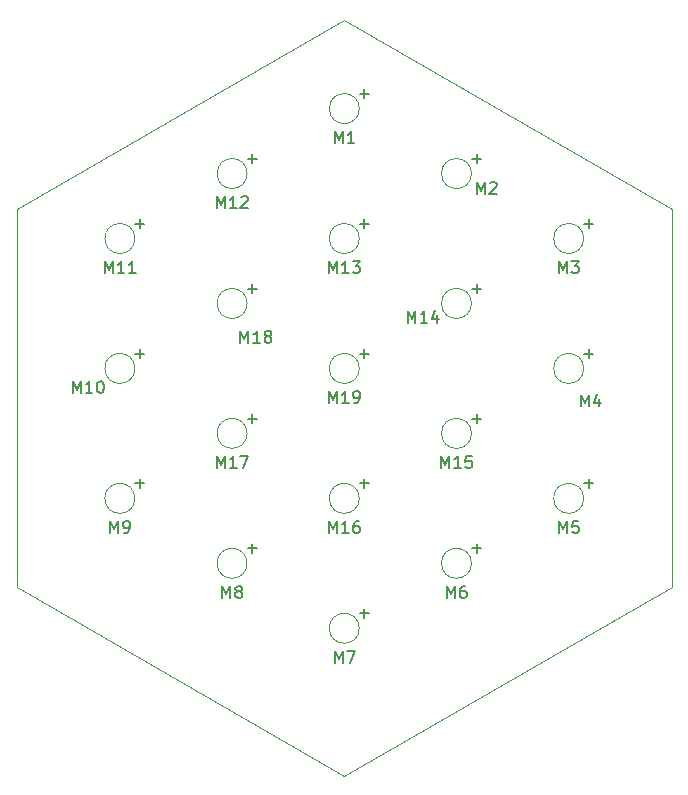
<source format=gbr>
%TF.GenerationSoftware,KiCad,Pcbnew,(6.0.4-0)*%
%TF.CreationDate,2022-05-17T22:44:27+02:00*%
%TF.ProjectId,speaker,73706561-6b65-4722-9e6b-696361645f70,rev?*%
%TF.SameCoordinates,Original*%
%TF.FileFunction,Legend,Top*%
%TF.FilePolarity,Positive*%
%FSLAX46Y46*%
G04 Gerber Fmt 4.6, Leading zero omitted, Abs format (unit mm)*
G04 Created by KiCad (PCBNEW (6.0.4-0)) date 2022-05-17 22:44:27*
%MOMM*%
%LPD*%
G01*
G04 APERTURE LIST*
%TA.AperFunction,Profile*%
%ADD10C,0.088304*%
%TD*%
%ADD11C,0.150000*%
%ADD12C,0.120000*%
G04 APERTURE END LIST*
D10*
X57987239Y-73149866D02*
X85700040Y-89150019D01*
X85700040Y-25149982D02*
X57987239Y-41149998D01*
X85700040Y-25149982D02*
X85700040Y-25149982D01*
X57987239Y-73149866D02*
X57987239Y-73149866D01*
X85700040Y-89150019D02*
X113412761Y-73149866D01*
X57987239Y-41149998D02*
X57987239Y-41149998D01*
X113412761Y-41149998D02*
X85700040Y-25149982D01*
X113412761Y-41149998D02*
X113412761Y-41149998D01*
X57987239Y-41149998D02*
X57987239Y-73149866D01*
X113412761Y-73149866D02*
X113412761Y-41149998D01*
X113412761Y-73149866D02*
X113412761Y-73149866D01*
D11*
%TO.C,M15*%
X93914285Y-63102380D02*
X93914285Y-62102380D01*
X94247619Y-62816666D01*
X94580952Y-62102380D01*
X94580952Y-63102380D01*
X95580952Y-63102380D02*
X95009523Y-63102380D01*
X95295238Y-63102380D02*
X95295238Y-62102380D01*
X95200000Y-62245238D01*
X95104761Y-62340476D01*
X95009523Y-62388095D01*
X96485714Y-62102380D02*
X96009523Y-62102380D01*
X95961904Y-62578571D01*
X96009523Y-62530952D01*
X96104761Y-62483333D01*
X96342857Y-62483333D01*
X96438095Y-62530952D01*
X96485714Y-62578571D01*
X96533333Y-62673809D01*
X96533333Y-62911904D01*
X96485714Y-63007142D01*
X96438095Y-63054761D01*
X96342857Y-63102380D01*
X96104761Y-63102380D01*
X96009523Y-63054761D01*
X95961904Y-63007142D01*
X96519047Y-58921428D02*
X97280952Y-58921428D01*
X96900000Y-59302380D02*
X96900000Y-58540476D01*
%TO.C,M6*%
X94390476Y-74102380D02*
X94390476Y-73102380D01*
X94723809Y-73816666D01*
X95057142Y-73102380D01*
X95057142Y-74102380D01*
X95961904Y-73102380D02*
X95771428Y-73102380D01*
X95676190Y-73150000D01*
X95628571Y-73197619D01*
X95533333Y-73340476D01*
X95485714Y-73530952D01*
X95485714Y-73911904D01*
X95533333Y-74007142D01*
X95580952Y-74054761D01*
X95676190Y-74102380D01*
X95866666Y-74102380D01*
X95961904Y-74054761D01*
X96009523Y-74007142D01*
X96057142Y-73911904D01*
X96057142Y-73673809D01*
X96009523Y-73578571D01*
X95961904Y-73530952D01*
X95866666Y-73483333D01*
X95676190Y-73483333D01*
X95580952Y-73530952D01*
X95533333Y-73578571D01*
X95485714Y-73673809D01*
X96519047Y-69921428D02*
X97280952Y-69921428D01*
X96900000Y-70302380D02*
X96900000Y-69540476D01*
%TO.C,M7*%
X84890476Y-79602380D02*
X84890476Y-78602380D01*
X85223809Y-79316666D01*
X85557142Y-78602380D01*
X85557142Y-79602380D01*
X85938095Y-78602380D02*
X86604761Y-78602380D01*
X86176190Y-79602380D01*
X87019047Y-75421428D02*
X87780952Y-75421428D01*
X87400000Y-75802380D02*
X87400000Y-75040476D01*
%TO.C,M11*%
X65414285Y-46602380D02*
X65414285Y-45602380D01*
X65747619Y-46316666D01*
X66080952Y-45602380D01*
X66080952Y-46602380D01*
X67080952Y-46602380D02*
X66509523Y-46602380D01*
X66795238Y-46602380D02*
X66795238Y-45602380D01*
X66700000Y-45745238D01*
X66604761Y-45840476D01*
X66509523Y-45888095D01*
X68033333Y-46602380D02*
X67461904Y-46602380D01*
X67747619Y-46602380D02*
X67747619Y-45602380D01*
X67652380Y-45745238D01*
X67557142Y-45840476D01*
X67461904Y-45888095D01*
X68019047Y-42421428D02*
X68780952Y-42421428D01*
X68400000Y-42802380D02*
X68400000Y-42040476D01*
%TO.C,M12*%
X74914285Y-41102380D02*
X74914285Y-40102380D01*
X75247619Y-40816666D01*
X75580952Y-40102380D01*
X75580952Y-41102380D01*
X76580952Y-41102380D02*
X76009523Y-41102380D01*
X76295238Y-41102380D02*
X76295238Y-40102380D01*
X76200000Y-40245238D01*
X76104761Y-40340476D01*
X76009523Y-40388095D01*
X76961904Y-40197619D02*
X77009523Y-40150000D01*
X77104761Y-40102380D01*
X77342857Y-40102380D01*
X77438095Y-40150000D01*
X77485714Y-40197619D01*
X77533333Y-40292857D01*
X77533333Y-40388095D01*
X77485714Y-40530952D01*
X76914285Y-41102380D01*
X77533333Y-41102380D01*
X77519047Y-36921428D02*
X78280952Y-36921428D01*
X77900000Y-37302380D02*
X77900000Y-36540476D01*
%TO.C,M9*%
X65890476Y-68602380D02*
X65890476Y-67602380D01*
X66223809Y-68316666D01*
X66557142Y-67602380D01*
X66557142Y-68602380D01*
X67080952Y-68602380D02*
X67271428Y-68602380D01*
X67366666Y-68554761D01*
X67414285Y-68507142D01*
X67509523Y-68364285D01*
X67557142Y-68173809D01*
X67557142Y-67792857D01*
X67509523Y-67697619D01*
X67461904Y-67650000D01*
X67366666Y-67602380D01*
X67176190Y-67602380D01*
X67080952Y-67650000D01*
X67033333Y-67697619D01*
X66985714Y-67792857D01*
X66985714Y-68030952D01*
X67033333Y-68126190D01*
X67080952Y-68173809D01*
X67176190Y-68221428D01*
X67366666Y-68221428D01*
X67461904Y-68173809D01*
X67509523Y-68126190D01*
X67557142Y-68030952D01*
X68019047Y-64421428D02*
X68780952Y-64421428D01*
X68400000Y-64802380D02*
X68400000Y-64040476D01*
%TO.C,M19*%
X84414285Y-57602380D02*
X84414285Y-56602380D01*
X84747619Y-57316666D01*
X85080952Y-56602380D01*
X85080952Y-57602380D01*
X86080952Y-57602380D02*
X85509523Y-57602380D01*
X85795238Y-57602380D02*
X85795238Y-56602380D01*
X85700000Y-56745238D01*
X85604761Y-56840476D01*
X85509523Y-56888095D01*
X86557142Y-57602380D02*
X86747619Y-57602380D01*
X86842857Y-57554761D01*
X86890476Y-57507142D01*
X86985714Y-57364285D01*
X87033333Y-57173809D01*
X87033333Y-56792857D01*
X86985714Y-56697619D01*
X86938095Y-56650000D01*
X86842857Y-56602380D01*
X86652380Y-56602380D01*
X86557142Y-56650000D01*
X86509523Y-56697619D01*
X86461904Y-56792857D01*
X86461904Y-57030952D01*
X86509523Y-57126190D01*
X86557142Y-57173809D01*
X86652380Y-57221428D01*
X86842857Y-57221428D01*
X86938095Y-57173809D01*
X86985714Y-57126190D01*
X87033333Y-57030952D01*
X87019047Y-53421428D02*
X87780952Y-53421428D01*
X87400000Y-53802380D02*
X87400000Y-53040476D01*
%TO.C,M5*%
X103890476Y-68602380D02*
X103890476Y-67602380D01*
X104223809Y-68316666D01*
X104557142Y-67602380D01*
X104557142Y-68602380D01*
X105509523Y-67602380D02*
X105033333Y-67602380D01*
X104985714Y-68078571D01*
X105033333Y-68030952D01*
X105128571Y-67983333D01*
X105366666Y-67983333D01*
X105461904Y-68030952D01*
X105509523Y-68078571D01*
X105557142Y-68173809D01*
X105557142Y-68411904D01*
X105509523Y-68507142D01*
X105461904Y-68554761D01*
X105366666Y-68602380D01*
X105128571Y-68602380D01*
X105033333Y-68554761D01*
X104985714Y-68507142D01*
X106019047Y-64421428D02*
X106780952Y-64421428D01*
X106400000Y-64802380D02*
X106400000Y-64040476D01*
%TO.C,M1*%
X84890476Y-35602380D02*
X84890476Y-34602380D01*
X85223809Y-35316666D01*
X85557142Y-34602380D01*
X85557142Y-35602380D01*
X86557142Y-35602380D02*
X85985714Y-35602380D01*
X86271428Y-35602380D02*
X86271428Y-34602380D01*
X86176190Y-34745238D01*
X86080952Y-34840476D01*
X85985714Y-34888095D01*
X87019047Y-31421428D02*
X87780952Y-31421428D01*
X87400000Y-31802380D02*
X87400000Y-31040476D01*
%TO.C,M14*%
X91064285Y-50802380D02*
X91064285Y-49802380D01*
X91397619Y-50516666D01*
X91730952Y-49802380D01*
X91730952Y-50802380D01*
X92730952Y-50802380D02*
X92159523Y-50802380D01*
X92445238Y-50802380D02*
X92445238Y-49802380D01*
X92350000Y-49945238D01*
X92254761Y-50040476D01*
X92159523Y-50088095D01*
X93588095Y-50135714D02*
X93588095Y-50802380D01*
X93350000Y-49754761D02*
X93111904Y-50469047D01*
X93730952Y-50469047D01*
X96519047Y-47921428D02*
X97280952Y-47921428D01*
X96900000Y-48302380D02*
X96900000Y-47540476D01*
%TO.C,M8*%
X75390476Y-74102380D02*
X75390476Y-73102380D01*
X75723809Y-73816666D01*
X76057142Y-73102380D01*
X76057142Y-74102380D01*
X76676190Y-73530952D02*
X76580952Y-73483333D01*
X76533333Y-73435714D01*
X76485714Y-73340476D01*
X76485714Y-73292857D01*
X76533333Y-73197619D01*
X76580952Y-73150000D01*
X76676190Y-73102380D01*
X76866666Y-73102380D01*
X76961904Y-73150000D01*
X77009523Y-73197619D01*
X77057142Y-73292857D01*
X77057142Y-73340476D01*
X77009523Y-73435714D01*
X76961904Y-73483333D01*
X76866666Y-73530952D01*
X76676190Y-73530952D01*
X76580952Y-73578571D01*
X76533333Y-73626190D01*
X76485714Y-73721428D01*
X76485714Y-73911904D01*
X76533333Y-74007142D01*
X76580952Y-74054761D01*
X76676190Y-74102380D01*
X76866666Y-74102380D01*
X76961904Y-74054761D01*
X77009523Y-74007142D01*
X77057142Y-73911904D01*
X77057142Y-73721428D01*
X77009523Y-73626190D01*
X76961904Y-73578571D01*
X76866666Y-73530952D01*
X77519047Y-69921428D02*
X78280952Y-69921428D01*
X77900000Y-70302380D02*
X77900000Y-69540476D01*
%TO.C,M16*%
X84414285Y-68602380D02*
X84414285Y-67602380D01*
X84747619Y-68316666D01*
X85080952Y-67602380D01*
X85080952Y-68602380D01*
X86080952Y-68602380D02*
X85509523Y-68602380D01*
X85795238Y-68602380D02*
X85795238Y-67602380D01*
X85700000Y-67745238D01*
X85604761Y-67840476D01*
X85509523Y-67888095D01*
X86938095Y-67602380D02*
X86747619Y-67602380D01*
X86652380Y-67650000D01*
X86604761Y-67697619D01*
X86509523Y-67840476D01*
X86461904Y-68030952D01*
X86461904Y-68411904D01*
X86509523Y-68507142D01*
X86557142Y-68554761D01*
X86652380Y-68602380D01*
X86842857Y-68602380D01*
X86938095Y-68554761D01*
X86985714Y-68507142D01*
X87033333Y-68411904D01*
X87033333Y-68173809D01*
X86985714Y-68078571D01*
X86938095Y-68030952D01*
X86842857Y-67983333D01*
X86652380Y-67983333D01*
X86557142Y-68030952D01*
X86509523Y-68078571D01*
X86461904Y-68173809D01*
X87019047Y-64421428D02*
X87780952Y-64421428D01*
X87400000Y-64802380D02*
X87400000Y-64040476D01*
%TO.C,M13*%
X84414285Y-46602380D02*
X84414285Y-45602380D01*
X84747619Y-46316666D01*
X85080952Y-45602380D01*
X85080952Y-46602380D01*
X86080952Y-46602380D02*
X85509523Y-46602380D01*
X85795238Y-46602380D02*
X85795238Y-45602380D01*
X85700000Y-45745238D01*
X85604761Y-45840476D01*
X85509523Y-45888095D01*
X86414285Y-45602380D02*
X87033333Y-45602380D01*
X86700000Y-45983333D01*
X86842857Y-45983333D01*
X86938095Y-46030952D01*
X86985714Y-46078571D01*
X87033333Y-46173809D01*
X87033333Y-46411904D01*
X86985714Y-46507142D01*
X86938095Y-46554761D01*
X86842857Y-46602380D01*
X86557142Y-46602380D01*
X86461904Y-46554761D01*
X86414285Y-46507142D01*
X87019047Y-42421428D02*
X87780952Y-42421428D01*
X87400000Y-42802380D02*
X87400000Y-42040476D01*
%TO.C,M4*%
X105740476Y-57902380D02*
X105740476Y-56902380D01*
X106073809Y-57616666D01*
X106407142Y-56902380D01*
X106407142Y-57902380D01*
X107311904Y-57235714D02*
X107311904Y-57902380D01*
X107073809Y-56854761D02*
X106835714Y-57569047D01*
X107454761Y-57569047D01*
X106019047Y-53421428D02*
X106780952Y-53421428D01*
X106400000Y-53802380D02*
X106400000Y-53040476D01*
%TO.C,M3*%
X103890476Y-46602380D02*
X103890476Y-45602380D01*
X104223809Y-46316666D01*
X104557142Y-45602380D01*
X104557142Y-46602380D01*
X104938095Y-45602380D02*
X105557142Y-45602380D01*
X105223809Y-45983333D01*
X105366666Y-45983333D01*
X105461904Y-46030952D01*
X105509523Y-46078571D01*
X105557142Y-46173809D01*
X105557142Y-46411904D01*
X105509523Y-46507142D01*
X105461904Y-46554761D01*
X105366666Y-46602380D01*
X105080952Y-46602380D01*
X104985714Y-46554761D01*
X104938095Y-46507142D01*
X106019047Y-42421428D02*
X106780952Y-42421428D01*
X106400000Y-42802380D02*
X106400000Y-42040476D01*
%TO.C,M2*%
X96940476Y-39902380D02*
X96940476Y-38902380D01*
X97273809Y-39616666D01*
X97607142Y-38902380D01*
X97607142Y-39902380D01*
X98035714Y-38997619D02*
X98083333Y-38950000D01*
X98178571Y-38902380D01*
X98416666Y-38902380D01*
X98511904Y-38950000D01*
X98559523Y-38997619D01*
X98607142Y-39092857D01*
X98607142Y-39188095D01*
X98559523Y-39330952D01*
X97988095Y-39902380D01*
X98607142Y-39902380D01*
X96519047Y-36921428D02*
X97280952Y-36921428D01*
X96900000Y-37302380D02*
X96900000Y-36540476D01*
%TO.C,M10*%
X62714285Y-56752380D02*
X62714285Y-55752380D01*
X63047619Y-56466666D01*
X63380952Y-55752380D01*
X63380952Y-56752380D01*
X64380952Y-56752380D02*
X63809523Y-56752380D01*
X64095238Y-56752380D02*
X64095238Y-55752380D01*
X64000000Y-55895238D01*
X63904761Y-55990476D01*
X63809523Y-56038095D01*
X65000000Y-55752380D02*
X65095238Y-55752380D01*
X65190476Y-55800000D01*
X65238095Y-55847619D01*
X65285714Y-55942857D01*
X65333333Y-56133333D01*
X65333333Y-56371428D01*
X65285714Y-56561904D01*
X65238095Y-56657142D01*
X65190476Y-56704761D01*
X65095238Y-56752380D01*
X65000000Y-56752380D01*
X64904761Y-56704761D01*
X64857142Y-56657142D01*
X64809523Y-56561904D01*
X64761904Y-56371428D01*
X64761904Y-56133333D01*
X64809523Y-55942857D01*
X64857142Y-55847619D01*
X64904761Y-55800000D01*
X65000000Y-55752380D01*
X68019047Y-53421428D02*
X68780952Y-53421428D01*
X68400000Y-53802380D02*
X68400000Y-53040476D01*
%TO.C,M17*%
X74914285Y-63102380D02*
X74914285Y-62102380D01*
X75247619Y-62816666D01*
X75580952Y-62102380D01*
X75580952Y-63102380D01*
X76580952Y-63102380D02*
X76009523Y-63102380D01*
X76295238Y-63102380D02*
X76295238Y-62102380D01*
X76200000Y-62245238D01*
X76104761Y-62340476D01*
X76009523Y-62388095D01*
X76914285Y-62102380D02*
X77580952Y-62102380D01*
X77152380Y-63102380D01*
X77519047Y-58921428D02*
X78280952Y-58921428D01*
X77900000Y-59302380D02*
X77900000Y-58540476D01*
%TO.C,M18*%
X76914285Y-52502380D02*
X76914285Y-51502380D01*
X77247619Y-52216666D01*
X77580952Y-51502380D01*
X77580952Y-52502380D01*
X78580952Y-52502380D02*
X78009523Y-52502380D01*
X78295238Y-52502380D02*
X78295238Y-51502380D01*
X78200000Y-51645238D01*
X78104761Y-51740476D01*
X78009523Y-51788095D01*
X79152380Y-51930952D02*
X79057142Y-51883333D01*
X79009523Y-51835714D01*
X78961904Y-51740476D01*
X78961904Y-51692857D01*
X79009523Y-51597619D01*
X79057142Y-51550000D01*
X79152380Y-51502380D01*
X79342857Y-51502380D01*
X79438095Y-51550000D01*
X79485714Y-51597619D01*
X79533333Y-51692857D01*
X79533333Y-51740476D01*
X79485714Y-51835714D01*
X79438095Y-51883333D01*
X79342857Y-51930952D01*
X79152380Y-51930952D01*
X79057142Y-51978571D01*
X79009523Y-52026190D01*
X78961904Y-52121428D01*
X78961904Y-52311904D01*
X79009523Y-52407142D01*
X79057142Y-52454761D01*
X79152380Y-52502380D01*
X79342857Y-52502380D01*
X79438095Y-52454761D01*
X79485714Y-52407142D01*
X79533333Y-52311904D01*
X79533333Y-52121428D01*
X79485714Y-52026190D01*
X79438095Y-51978571D01*
X79342857Y-51930952D01*
X77519047Y-47921428D02*
X78280952Y-47921428D01*
X77900000Y-48302380D02*
X77900000Y-47540476D01*
D12*
%TO.C,M15*%
X96470000Y-60180000D02*
G75*
G03*
X96470000Y-60180000I-1270000J0D01*
G01*
%TO.C,M6*%
X96470000Y-71180000D02*
G75*
G03*
X96470000Y-71180000I-1270000J0D01*
G01*
%TO.C,M7*%
X86970000Y-76680000D02*
G75*
G03*
X86970000Y-76680000I-1270000J0D01*
G01*
%TO.C,M11*%
X67970000Y-43680000D02*
G75*
G03*
X67970000Y-43680000I-1270000J0D01*
G01*
%TO.C,M12*%
X77470000Y-38180000D02*
G75*
G03*
X77470000Y-38180000I-1270000J0D01*
G01*
%TO.C,M9*%
X67970000Y-65680000D02*
G75*
G03*
X67970000Y-65680000I-1270000J0D01*
G01*
%TO.C,M19*%
X86970000Y-54680000D02*
G75*
G03*
X86970000Y-54680000I-1270000J0D01*
G01*
%TO.C,M5*%
X105970000Y-65680000D02*
G75*
G03*
X105970000Y-65680000I-1270000J0D01*
G01*
%TO.C,M1*%
X86970000Y-32680000D02*
G75*
G03*
X86970000Y-32680000I-1270000J0D01*
G01*
%TO.C,M14*%
X96470000Y-49180000D02*
G75*
G03*
X96470000Y-49180000I-1270000J0D01*
G01*
%TO.C,M8*%
X77470000Y-71180000D02*
G75*
G03*
X77470000Y-71180000I-1270000J0D01*
G01*
%TO.C,M16*%
X86970000Y-65680000D02*
G75*
G03*
X86970000Y-65680000I-1270000J0D01*
G01*
%TO.C,M13*%
X86970000Y-43680000D02*
G75*
G03*
X86970000Y-43680000I-1270000J0D01*
G01*
%TO.C,M4*%
X105970000Y-54680000D02*
G75*
G03*
X105970000Y-54680000I-1270000J0D01*
G01*
%TO.C,M3*%
X105970000Y-43680000D02*
G75*
G03*
X105970000Y-43680000I-1270000J0D01*
G01*
%TO.C,M2*%
X96470000Y-38180000D02*
G75*
G03*
X96470000Y-38180000I-1270000J0D01*
G01*
%TO.C,M10*%
X67970000Y-54680000D02*
G75*
G03*
X67970000Y-54680000I-1270000J0D01*
G01*
%TO.C,M17*%
X77470000Y-60180000D02*
G75*
G03*
X77470000Y-60180000I-1270000J0D01*
G01*
%TO.C,M18*%
X77470000Y-49180000D02*
G75*
G03*
X77470000Y-49180000I-1270000J0D01*
G01*
%TD*%
M02*

</source>
